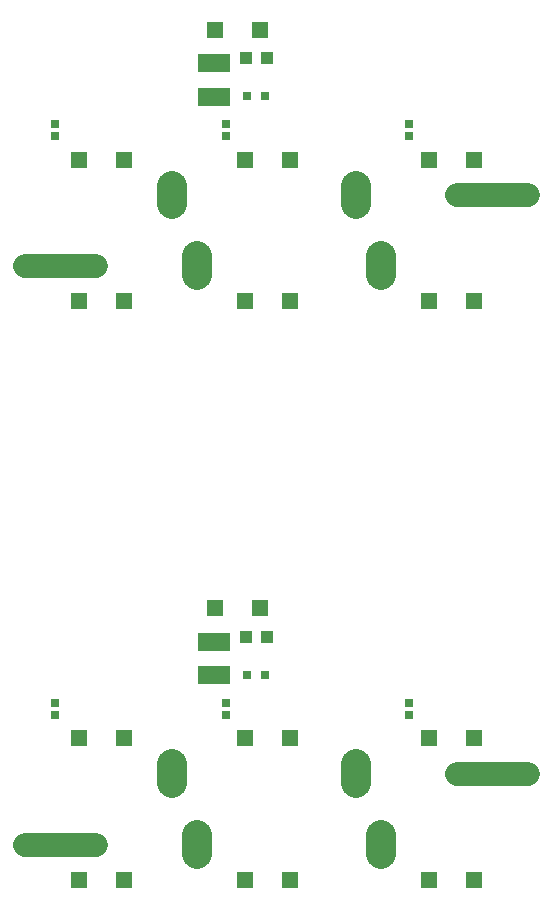
<source format=gbr>
G04 EAGLE Gerber RS-274X export*
G75*
%MOMM*%
%FSLAX34Y34*%
%LPD*%
%INSolderpaste Bottom*%
%IPPOS*%
%AMOC8*
5,1,8,0,0,1.08239X$1,22.5*%
G01*
%ADD10R,2.700000X1.600000*%
%ADD11R,1.400000X1.400000*%
%ADD12R,0.800000X0.800000*%
%ADD13R,1.000000X1.100000*%
%ADD14C,2.500000*%
%ADD15C,2.000000*%


D10*
X975400Y381400D03*
X975400Y353400D03*
D11*
X899000Y300000D03*
X861000Y300000D03*
X861000Y180000D03*
X899000Y180000D03*
X1001000Y180000D03*
X1039000Y180000D03*
X1039000Y300000D03*
X1001000Y300000D03*
D12*
X1003100Y353700D03*
X1018100Y353700D03*
D13*
X1002500Y385900D03*
X1019500Y385900D03*
D14*
X939500Y278000D02*
X939500Y262000D01*
D15*
X875000Y210000D02*
X815000Y210000D01*
D14*
X960500Y218000D02*
X960500Y202000D01*
X1095500Y262000D02*
X1095500Y278000D01*
D15*
X1181000Y270000D02*
X1241000Y270000D01*
D14*
X1116500Y218000D02*
X1116500Y202000D01*
D11*
X1195000Y300000D03*
X1157000Y300000D03*
X1157000Y180000D03*
X1195000Y180000D03*
X976000Y410000D03*
X1014000Y410000D03*
D12*
X840000Y320000D03*
X840000Y330000D03*
X985000Y320000D03*
X985000Y330000D03*
X1140000Y320000D03*
X1140000Y330000D03*
D10*
X975400Y871400D03*
X975400Y843400D03*
D11*
X899000Y790000D03*
X861000Y790000D03*
X861000Y670000D03*
X899000Y670000D03*
X1001000Y670000D03*
X1039000Y670000D03*
X1039000Y790000D03*
X1001000Y790000D03*
D12*
X1003100Y843700D03*
X1018100Y843700D03*
D13*
X1002500Y875900D03*
X1019500Y875900D03*
D14*
X939500Y768000D02*
X939500Y752000D01*
D15*
X875000Y700000D02*
X815000Y700000D01*
D14*
X960500Y708000D02*
X960500Y692000D01*
X1095500Y752000D02*
X1095500Y768000D01*
D15*
X1181000Y760000D02*
X1241000Y760000D01*
D14*
X1116500Y708000D02*
X1116500Y692000D01*
D11*
X1195000Y790000D03*
X1157000Y790000D03*
X1157000Y670000D03*
X1195000Y670000D03*
X976000Y900000D03*
X1014000Y900000D03*
D12*
X840000Y810000D03*
X840000Y820000D03*
X985000Y810000D03*
X985000Y820000D03*
X1140000Y810000D03*
X1140000Y820000D03*
M02*

</source>
